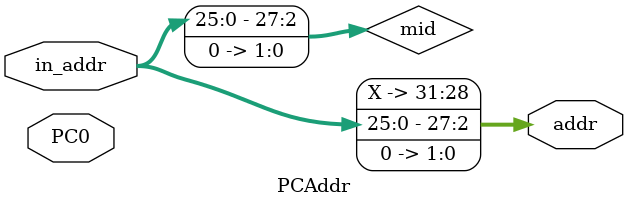
<source format=v>
`timescale 1ns / 1ps
 
module PCAddr(input [25:0] in_addr,
              input [31:0] PC0,
				  output reg [31:0] addr);
    wire [27:0] mid;
	 reg [31:0] PC4;
	 assign mid = in_addr << 2;
    always @(in_addr) begin
	     PC4 <= PC0+4;
        addr <= {PC4[31:28], mid[27:0]};
    end
 
endmodule
</source>
